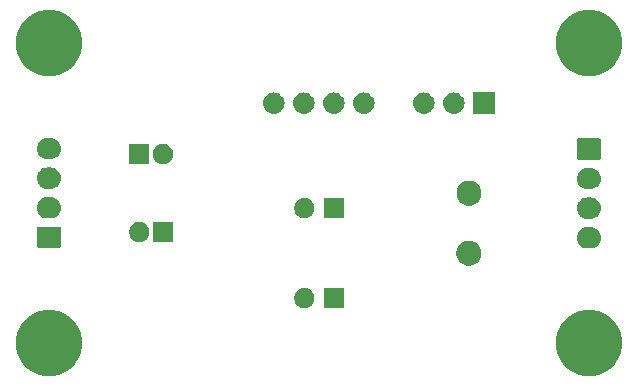
<source format=gbs>
G04 #@! TF.GenerationSoftware,KiCad,Pcbnew,(5.1.2)-1*
G04 #@! TF.CreationDate,2019-05-13T11:07:23-07:00*
G04 #@! TF.ProjectId,triumph_power,74726975-6d70-4685-9f70-6f7765722e6b,A*
G04 #@! TF.SameCoordinates,Original*
G04 #@! TF.FileFunction,Soldermask,Bot*
G04 #@! TF.FilePolarity,Negative*
%FSLAX46Y46*%
G04 Gerber Fmt 4.6, Leading zero omitted, Abs format (unit mm)*
G04 Created by KiCad (PCBNEW (5.1.2)-1) date 2019-05-13 11:07:23*
%MOMM*%
%LPD*%
G04 APERTURE LIST*
%ADD10C,0.100000*%
G04 APERTURE END LIST*
D10*
G36*
X173537021Y-119226640D02*
G01*
X174046769Y-119437785D01*
X174046771Y-119437786D01*
X174505534Y-119744321D01*
X174895679Y-120134466D01*
X175202214Y-120593229D01*
X175202215Y-120593231D01*
X175413360Y-121102979D01*
X175521000Y-121644124D01*
X175521000Y-122195876D01*
X175413360Y-122737021D01*
X175202215Y-123246769D01*
X175202214Y-123246771D01*
X174895679Y-123705534D01*
X174505534Y-124095679D01*
X174046771Y-124402214D01*
X174046770Y-124402215D01*
X174046769Y-124402215D01*
X173537021Y-124613360D01*
X172995876Y-124721000D01*
X172444124Y-124721000D01*
X171902979Y-124613360D01*
X171393231Y-124402215D01*
X171393230Y-124402215D01*
X171393229Y-124402214D01*
X170934466Y-124095679D01*
X170544321Y-123705534D01*
X170237786Y-123246771D01*
X170237785Y-123246769D01*
X170026640Y-122737021D01*
X169919000Y-122195876D01*
X169919000Y-121644124D01*
X170026640Y-121102979D01*
X170237785Y-120593231D01*
X170237786Y-120593229D01*
X170544321Y-120134466D01*
X170934466Y-119744321D01*
X171393229Y-119437786D01*
X171393231Y-119437785D01*
X171902979Y-119226640D01*
X172444124Y-119119000D01*
X172995876Y-119119000D01*
X173537021Y-119226640D01*
X173537021Y-119226640D01*
G37*
G36*
X127817021Y-119226640D02*
G01*
X128326769Y-119437785D01*
X128326771Y-119437786D01*
X128785534Y-119744321D01*
X129175679Y-120134466D01*
X129482214Y-120593229D01*
X129482215Y-120593231D01*
X129693360Y-121102979D01*
X129801000Y-121644124D01*
X129801000Y-122195876D01*
X129693360Y-122737021D01*
X129482215Y-123246769D01*
X129482214Y-123246771D01*
X129175679Y-123705534D01*
X128785534Y-124095679D01*
X128326771Y-124402214D01*
X128326770Y-124402215D01*
X128326769Y-124402215D01*
X127817021Y-124613360D01*
X127275876Y-124721000D01*
X126724124Y-124721000D01*
X126182979Y-124613360D01*
X125673231Y-124402215D01*
X125673230Y-124402215D01*
X125673229Y-124402214D01*
X125214466Y-124095679D01*
X124824321Y-123705534D01*
X124517786Y-123246771D01*
X124517785Y-123246769D01*
X124306640Y-122737021D01*
X124199000Y-122195876D01*
X124199000Y-121644124D01*
X124306640Y-121102979D01*
X124517785Y-120593231D01*
X124517786Y-120593229D01*
X124824321Y-120134466D01*
X125214466Y-119744321D01*
X125673229Y-119437786D01*
X125673231Y-119437785D01*
X126182979Y-119226640D01*
X126724124Y-119119000D01*
X127275876Y-119119000D01*
X127817021Y-119226640D01*
X127817021Y-119226640D01*
G37*
G36*
X151981000Y-118961000D02*
G01*
X150279000Y-118961000D01*
X150279000Y-117259000D01*
X151981000Y-117259000D01*
X151981000Y-118961000D01*
X151981000Y-118961000D01*
G37*
G36*
X148878228Y-117291703D02*
G01*
X149033100Y-117355853D01*
X149172481Y-117448985D01*
X149291015Y-117567519D01*
X149384147Y-117706900D01*
X149448297Y-117861772D01*
X149481000Y-118026184D01*
X149481000Y-118193816D01*
X149448297Y-118358228D01*
X149384147Y-118513100D01*
X149291015Y-118652481D01*
X149172481Y-118771015D01*
X149033100Y-118864147D01*
X148878228Y-118928297D01*
X148713816Y-118961000D01*
X148546184Y-118961000D01*
X148381772Y-118928297D01*
X148226900Y-118864147D01*
X148087519Y-118771015D01*
X147968985Y-118652481D01*
X147875853Y-118513100D01*
X147811703Y-118358228D01*
X147779000Y-118193816D01*
X147779000Y-118026184D01*
X147811703Y-117861772D01*
X147875853Y-117706900D01*
X147968985Y-117567519D01*
X148087519Y-117448985D01*
X148226900Y-117355853D01*
X148381772Y-117291703D01*
X148546184Y-117259000D01*
X148713816Y-117259000D01*
X148878228Y-117291703D01*
X148878228Y-117291703D01*
G37*
G36*
X162866564Y-113289389D02*
G01*
X163057833Y-113368615D01*
X163057835Y-113368616D01*
X163229973Y-113483635D01*
X163376365Y-113630027D01*
X163451704Y-113742779D01*
X163491385Y-113802167D01*
X163570611Y-113993436D01*
X163611000Y-114196484D01*
X163611000Y-114403516D01*
X163570611Y-114606564D01*
X163491385Y-114797833D01*
X163491384Y-114797835D01*
X163376365Y-114969973D01*
X163229973Y-115116365D01*
X163057835Y-115231384D01*
X163057834Y-115231385D01*
X163057833Y-115231385D01*
X162866564Y-115310611D01*
X162663516Y-115351000D01*
X162456484Y-115351000D01*
X162253436Y-115310611D01*
X162062167Y-115231385D01*
X162062166Y-115231385D01*
X162062165Y-115231384D01*
X161890027Y-115116365D01*
X161743635Y-114969973D01*
X161628616Y-114797835D01*
X161628615Y-114797833D01*
X161549389Y-114606564D01*
X161509000Y-114403516D01*
X161509000Y-114196484D01*
X161549389Y-113993436D01*
X161628615Y-113802167D01*
X161668297Y-113742779D01*
X161743635Y-113630027D01*
X161890027Y-113483635D01*
X162062165Y-113368616D01*
X162062167Y-113368615D01*
X162253436Y-113289389D01*
X162456484Y-113249000D01*
X162663516Y-113249000D01*
X162866564Y-113289389D01*
X162866564Y-113289389D01*
G37*
G36*
X172936583Y-112093661D02*
G01*
X173021627Y-112102037D01*
X173191466Y-112153557D01*
X173347991Y-112237222D01*
X173378550Y-112262301D01*
X173485186Y-112349814D01*
X173557708Y-112438184D01*
X173597778Y-112487009D01*
X173681443Y-112643534D01*
X173732963Y-112813373D01*
X173750359Y-112990000D01*
X173732963Y-113166627D01*
X173681443Y-113336466D01*
X173597778Y-113492991D01*
X173568448Y-113528729D01*
X173485186Y-113630186D01*
X173389637Y-113708600D01*
X173347991Y-113742778D01*
X173191466Y-113826443D01*
X173021627Y-113877963D01*
X172955443Y-113884481D01*
X172889260Y-113891000D01*
X172550740Y-113891000D01*
X172484557Y-113884481D01*
X172418373Y-113877963D01*
X172248534Y-113826443D01*
X172092009Y-113742778D01*
X172050363Y-113708600D01*
X171954814Y-113630186D01*
X171871552Y-113528729D01*
X171842222Y-113492991D01*
X171758557Y-113336466D01*
X171707037Y-113166627D01*
X171689641Y-112990000D01*
X171707037Y-112813373D01*
X171758557Y-112643534D01*
X171842222Y-112487009D01*
X171882292Y-112438184D01*
X171954814Y-112349814D01*
X172061450Y-112262301D01*
X172092009Y-112237222D01*
X172248534Y-112153557D01*
X172418373Y-112102037D01*
X172503417Y-112093661D01*
X172550740Y-112089000D01*
X172889260Y-112089000D01*
X172936583Y-112093661D01*
X172936583Y-112093661D01*
G37*
G36*
X127883600Y-112052989D02*
G01*
X127916652Y-112063015D01*
X127947103Y-112079292D01*
X127973799Y-112101201D01*
X127995708Y-112127897D01*
X128011985Y-112158348D01*
X128022011Y-112191400D01*
X128026000Y-112231903D01*
X128026000Y-113668097D01*
X128022011Y-113708600D01*
X128011985Y-113741652D01*
X127995708Y-113772103D01*
X127973799Y-113798799D01*
X127947103Y-113820708D01*
X127916652Y-113836985D01*
X127883600Y-113847011D01*
X127843097Y-113851000D01*
X126156903Y-113851000D01*
X126116400Y-113847011D01*
X126083348Y-113836985D01*
X126052897Y-113820708D01*
X126026201Y-113798799D01*
X126004292Y-113772103D01*
X125988015Y-113741652D01*
X125977989Y-113708600D01*
X125974000Y-113668097D01*
X125974000Y-112231903D01*
X125977989Y-112191400D01*
X125988015Y-112158348D01*
X126004292Y-112127897D01*
X126026201Y-112101201D01*
X126052897Y-112079292D01*
X126083348Y-112063015D01*
X126116400Y-112052989D01*
X126156903Y-112049000D01*
X127843097Y-112049000D01*
X127883600Y-112052989D01*
X127883600Y-112052989D01*
G37*
G36*
X137503000Y-113373000D02*
G01*
X135801000Y-113373000D01*
X135801000Y-111671000D01*
X137503000Y-111671000D01*
X137503000Y-113373000D01*
X137503000Y-113373000D01*
G37*
G36*
X134900228Y-111703703D02*
G01*
X135055100Y-111767853D01*
X135194481Y-111860985D01*
X135313015Y-111979519D01*
X135406147Y-112118900D01*
X135470297Y-112273772D01*
X135503000Y-112438184D01*
X135503000Y-112605816D01*
X135470297Y-112770228D01*
X135406147Y-112925100D01*
X135313015Y-113064481D01*
X135194481Y-113183015D01*
X135055100Y-113276147D01*
X134900228Y-113340297D01*
X134735816Y-113373000D01*
X134568184Y-113373000D01*
X134403772Y-113340297D01*
X134248900Y-113276147D01*
X134109519Y-113183015D01*
X133990985Y-113064481D01*
X133897853Y-112925100D01*
X133833703Y-112770228D01*
X133801000Y-112605816D01*
X133801000Y-112438184D01*
X133833703Y-112273772D01*
X133897853Y-112118900D01*
X133990985Y-111979519D01*
X134109519Y-111860985D01*
X134248900Y-111767853D01*
X134403772Y-111703703D01*
X134568184Y-111671000D01*
X134735816Y-111671000D01*
X134900228Y-111703703D01*
X134900228Y-111703703D01*
G37*
G36*
X172955442Y-109595518D02*
G01*
X173021627Y-109602037D01*
X173191466Y-109653557D01*
X173347991Y-109737222D01*
X173383729Y-109766552D01*
X173485186Y-109849814D01*
X173564951Y-109947009D01*
X173597778Y-109987009D01*
X173681443Y-110143534D01*
X173732963Y-110313373D01*
X173750359Y-110490000D01*
X173732963Y-110666627D01*
X173681443Y-110836466D01*
X173597778Y-110992991D01*
X173568448Y-111028729D01*
X173485186Y-111130186D01*
X173396731Y-111202778D01*
X173347991Y-111242778D01*
X173191466Y-111326443D01*
X173021627Y-111377963D01*
X172955443Y-111384481D01*
X172889260Y-111391000D01*
X172550740Y-111391000D01*
X172484557Y-111384481D01*
X172418373Y-111377963D01*
X172248534Y-111326443D01*
X172092009Y-111242778D01*
X172043269Y-111202778D01*
X171954814Y-111130186D01*
X171871552Y-111028729D01*
X171842222Y-110992991D01*
X171758557Y-110836466D01*
X171707037Y-110666627D01*
X171689641Y-110490000D01*
X171707037Y-110313373D01*
X171758557Y-110143534D01*
X171842222Y-109987009D01*
X171875049Y-109947009D01*
X171954814Y-109849814D01*
X172056271Y-109766552D01*
X172092009Y-109737222D01*
X172248534Y-109653557D01*
X172418373Y-109602037D01*
X172484558Y-109595518D01*
X172550740Y-109589000D01*
X172889260Y-109589000D01*
X172955442Y-109595518D01*
X172955442Y-109595518D01*
G37*
G36*
X127235442Y-109555518D02*
G01*
X127301627Y-109562037D01*
X127471466Y-109613557D01*
X127627991Y-109697222D01*
X127653105Y-109717833D01*
X127765186Y-109809814D01*
X127848448Y-109911271D01*
X127877778Y-109947009D01*
X127877779Y-109947011D01*
X127952554Y-110086903D01*
X127961443Y-110103534D01*
X128012963Y-110273373D01*
X128030359Y-110450000D01*
X128012963Y-110626627D01*
X127961443Y-110796466D01*
X127877778Y-110952991D01*
X127848448Y-110988729D01*
X127765186Y-111090186D01*
X127663729Y-111173448D01*
X127627991Y-111202778D01*
X127471466Y-111286443D01*
X127301627Y-111337963D01*
X127235442Y-111344482D01*
X127169260Y-111351000D01*
X126830740Y-111351000D01*
X126764558Y-111344482D01*
X126698373Y-111337963D01*
X126528534Y-111286443D01*
X126372009Y-111202778D01*
X126336271Y-111173448D01*
X126234814Y-111090186D01*
X126151552Y-110988729D01*
X126122222Y-110952991D01*
X126038557Y-110796466D01*
X125987037Y-110626627D01*
X125969641Y-110450000D01*
X125987037Y-110273373D01*
X126038557Y-110103534D01*
X126047447Y-110086903D01*
X126122221Y-109947011D01*
X126122222Y-109947009D01*
X126151552Y-109911271D01*
X126234814Y-109809814D01*
X126346895Y-109717833D01*
X126372009Y-109697222D01*
X126528534Y-109613557D01*
X126698373Y-109562037D01*
X126764558Y-109555518D01*
X126830740Y-109549000D01*
X127169260Y-109549000D01*
X127235442Y-109555518D01*
X127235442Y-109555518D01*
G37*
G36*
X148878228Y-109671703D02*
G01*
X149033100Y-109735853D01*
X149172481Y-109828985D01*
X149291015Y-109947519D01*
X149384147Y-110086900D01*
X149448297Y-110241772D01*
X149481000Y-110406184D01*
X149481000Y-110573816D01*
X149448297Y-110738228D01*
X149384147Y-110893100D01*
X149291015Y-111032481D01*
X149172481Y-111151015D01*
X149033100Y-111244147D01*
X148878228Y-111308297D01*
X148713816Y-111341000D01*
X148546184Y-111341000D01*
X148381772Y-111308297D01*
X148226900Y-111244147D01*
X148087519Y-111151015D01*
X147968985Y-111032481D01*
X147875853Y-110893100D01*
X147811703Y-110738228D01*
X147779000Y-110573816D01*
X147779000Y-110406184D01*
X147811703Y-110241772D01*
X147875853Y-110086900D01*
X147968985Y-109947519D01*
X148087519Y-109828985D01*
X148226900Y-109735853D01*
X148381772Y-109671703D01*
X148546184Y-109639000D01*
X148713816Y-109639000D01*
X148878228Y-109671703D01*
X148878228Y-109671703D01*
G37*
G36*
X151981000Y-111341000D02*
G01*
X150279000Y-111341000D01*
X150279000Y-109639000D01*
X151981000Y-109639000D01*
X151981000Y-111341000D01*
X151981000Y-111341000D01*
G37*
G36*
X162876564Y-108209389D02*
G01*
X163067833Y-108288615D01*
X163067835Y-108288616D01*
X163239973Y-108403635D01*
X163386365Y-108550027D01*
X163488431Y-108702779D01*
X163501385Y-108722167D01*
X163580611Y-108913436D01*
X163621000Y-109116484D01*
X163621000Y-109323516D01*
X163580611Y-109526564D01*
X163520492Y-109671705D01*
X163501384Y-109717835D01*
X163386365Y-109889973D01*
X163239973Y-110036365D01*
X163067835Y-110151384D01*
X163067834Y-110151385D01*
X163067833Y-110151385D01*
X162876564Y-110230611D01*
X162673516Y-110271000D01*
X162466484Y-110271000D01*
X162263436Y-110230611D01*
X162072167Y-110151385D01*
X162072166Y-110151385D01*
X162072165Y-110151384D01*
X161900027Y-110036365D01*
X161753635Y-109889973D01*
X161638616Y-109717835D01*
X161619508Y-109671705D01*
X161559389Y-109526564D01*
X161519000Y-109323516D01*
X161519000Y-109116484D01*
X161559389Y-108913436D01*
X161638615Y-108722167D01*
X161651570Y-108702779D01*
X161753635Y-108550027D01*
X161900027Y-108403635D01*
X162072165Y-108288616D01*
X162072167Y-108288615D01*
X162263436Y-108209389D01*
X162466484Y-108169000D01*
X162673516Y-108169000D01*
X162876564Y-108209389D01*
X162876564Y-108209389D01*
G37*
G36*
X172955443Y-107095519D02*
G01*
X173021627Y-107102037D01*
X173191466Y-107153557D01*
X173347991Y-107237222D01*
X173383729Y-107266552D01*
X173485186Y-107349814D01*
X173564951Y-107447009D01*
X173597778Y-107487009D01*
X173681443Y-107643534D01*
X173732963Y-107813373D01*
X173750359Y-107990000D01*
X173732963Y-108166627D01*
X173681443Y-108336466D01*
X173597778Y-108492991D01*
X173568448Y-108528729D01*
X173485186Y-108630186D01*
X173396731Y-108702778D01*
X173347991Y-108742778D01*
X173191466Y-108826443D01*
X173021627Y-108877963D01*
X172955443Y-108884481D01*
X172889260Y-108891000D01*
X172550740Y-108891000D01*
X172484557Y-108884481D01*
X172418373Y-108877963D01*
X172248534Y-108826443D01*
X172092009Y-108742778D01*
X172043269Y-108702778D01*
X171954814Y-108630186D01*
X171871552Y-108528729D01*
X171842222Y-108492991D01*
X171758557Y-108336466D01*
X171707037Y-108166627D01*
X171689641Y-107990000D01*
X171707037Y-107813373D01*
X171758557Y-107643534D01*
X171842222Y-107487009D01*
X171875049Y-107447009D01*
X171954814Y-107349814D01*
X172056271Y-107266552D01*
X172092009Y-107237222D01*
X172248534Y-107153557D01*
X172418373Y-107102037D01*
X172484557Y-107095519D01*
X172550740Y-107089000D01*
X172889260Y-107089000D01*
X172955443Y-107095519D01*
X172955443Y-107095519D01*
G37*
G36*
X127235442Y-107055518D02*
G01*
X127301627Y-107062037D01*
X127471466Y-107113557D01*
X127627991Y-107197222D01*
X127663729Y-107226552D01*
X127765186Y-107309814D01*
X127848448Y-107411271D01*
X127877778Y-107447009D01*
X127961443Y-107603534D01*
X128012963Y-107773373D01*
X128030359Y-107950000D01*
X128012963Y-108126627D01*
X127961443Y-108296466D01*
X127877778Y-108452991D01*
X127848448Y-108488729D01*
X127765186Y-108590186D01*
X127663729Y-108673448D01*
X127627991Y-108702778D01*
X127471466Y-108786443D01*
X127301627Y-108837963D01*
X127235442Y-108844482D01*
X127169260Y-108851000D01*
X126830740Y-108851000D01*
X126764558Y-108844482D01*
X126698373Y-108837963D01*
X126528534Y-108786443D01*
X126372009Y-108702778D01*
X126336271Y-108673448D01*
X126234814Y-108590186D01*
X126151552Y-108488729D01*
X126122222Y-108452991D01*
X126038557Y-108296466D01*
X125987037Y-108126627D01*
X125969641Y-107950000D01*
X125987037Y-107773373D01*
X126038557Y-107603534D01*
X126122222Y-107447009D01*
X126151552Y-107411271D01*
X126234814Y-107309814D01*
X126336271Y-107226552D01*
X126372009Y-107197222D01*
X126528534Y-107113557D01*
X126698373Y-107062037D01*
X126764558Y-107055518D01*
X126830740Y-107049000D01*
X127169260Y-107049000D01*
X127235442Y-107055518D01*
X127235442Y-107055518D01*
G37*
G36*
X136900228Y-105099703D02*
G01*
X137055100Y-105163853D01*
X137194481Y-105256985D01*
X137313015Y-105375519D01*
X137406147Y-105514900D01*
X137470297Y-105669772D01*
X137503000Y-105834184D01*
X137503000Y-106001816D01*
X137470297Y-106166228D01*
X137406147Y-106321100D01*
X137313015Y-106460481D01*
X137194481Y-106579015D01*
X137055100Y-106672147D01*
X136900228Y-106736297D01*
X136735816Y-106769000D01*
X136568184Y-106769000D01*
X136403772Y-106736297D01*
X136248900Y-106672147D01*
X136109519Y-106579015D01*
X135990985Y-106460481D01*
X135897853Y-106321100D01*
X135833703Y-106166228D01*
X135801000Y-106001816D01*
X135801000Y-105834184D01*
X135833703Y-105669772D01*
X135897853Y-105514900D01*
X135990985Y-105375519D01*
X136109519Y-105256985D01*
X136248900Y-105163853D01*
X136403772Y-105099703D01*
X136568184Y-105067000D01*
X136735816Y-105067000D01*
X136900228Y-105099703D01*
X136900228Y-105099703D01*
G37*
G36*
X135503000Y-106769000D02*
G01*
X133801000Y-106769000D01*
X133801000Y-105067000D01*
X135503000Y-105067000D01*
X135503000Y-106769000D01*
X135503000Y-106769000D01*
G37*
G36*
X173603600Y-104592989D02*
G01*
X173636652Y-104603015D01*
X173667103Y-104619292D01*
X173693799Y-104641201D01*
X173715708Y-104667897D01*
X173731985Y-104698348D01*
X173742011Y-104731400D01*
X173746000Y-104771903D01*
X173746000Y-106208097D01*
X173742011Y-106248600D01*
X173731985Y-106281652D01*
X173715708Y-106312103D01*
X173693799Y-106338799D01*
X173667103Y-106360708D01*
X173636652Y-106376985D01*
X173603600Y-106387011D01*
X173563097Y-106391000D01*
X171876903Y-106391000D01*
X171836400Y-106387011D01*
X171803348Y-106376985D01*
X171772897Y-106360708D01*
X171746201Y-106338799D01*
X171724292Y-106312103D01*
X171708015Y-106281652D01*
X171697989Y-106248600D01*
X171694000Y-106208097D01*
X171694000Y-104771903D01*
X171697989Y-104731400D01*
X171708015Y-104698348D01*
X171724292Y-104667897D01*
X171746201Y-104641201D01*
X171772897Y-104619292D01*
X171803348Y-104603015D01*
X171836400Y-104592989D01*
X171876903Y-104589000D01*
X173563097Y-104589000D01*
X173603600Y-104592989D01*
X173603600Y-104592989D01*
G37*
G36*
X127235443Y-104555519D02*
G01*
X127301627Y-104562037D01*
X127471466Y-104613557D01*
X127627991Y-104697222D01*
X127639630Y-104706774D01*
X127765186Y-104809814D01*
X127848448Y-104911271D01*
X127877778Y-104947009D01*
X127961443Y-105103534D01*
X128012963Y-105273373D01*
X128030359Y-105450000D01*
X128012963Y-105626627D01*
X127961443Y-105796466D01*
X127877778Y-105952991D01*
X127848448Y-105988729D01*
X127765186Y-106090186D01*
X127672527Y-106166228D01*
X127627991Y-106202778D01*
X127471466Y-106286443D01*
X127301627Y-106337963D01*
X127235442Y-106344482D01*
X127169260Y-106351000D01*
X126830740Y-106351000D01*
X126764558Y-106344482D01*
X126698373Y-106337963D01*
X126528534Y-106286443D01*
X126372009Y-106202778D01*
X126327473Y-106166228D01*
X126234814Y-106090186D01*
X126151552Y-105988729D01*
X126122222Y-105952991D01*
X126038557Y-105796466D01*
X125987037Y-105626627D01*
X125969641Y-105450000D01*
X125987037Y-105273373D01*
X126038557Y-105103534D01*
X126122222Y-104947009D01*
X126151552Y-104911271D01*
X126234814Y-104809814D01*
X126360370Y-104706774D01*
X126372009Y-104697222D01*
X126528534Y-104613557D01*
X126698373Y-104562037D01*
X126764557Y-104555519D01*
X126830740Y-104549000D01*
X127169260Y-104549000D01*
X127235443Y-104555519D01*
X127235443Y-104555519D01*
G37*
G36*
X164731000Y-102501000D02*
G01*
X162929000Y-102501000D01*
X162929000Y-100699000D01*
X164731000Y-100699000D01*
X164731000Y-102501000D01*
X164731000Y-102501000D01*
G37*
G36*
X161400443Y-100705519D02*
G01*
X161466627Y-100712037D01*
X161636466Y-100763557D01*
X161792991Y-100847222D01*
X161828729Y-100876552D01*
X161930186Y-100959814D01*
X162013448Y-101061271D01*
X162042778Y-101097009D01*
X162126443Y-101253534D01*
X162177963Y-101423373D01*
X162195359Y-101600000D01*
X162177963Y-101776627D01*
X162126443Y-101946466D01*
X162042778Y-102102991D01*
X162013448Y-102138729D01*
X161930186Y-102240186D01*
X161828729Y-102323448D01*
X161792991Y-102352778D01*
X161636466Y-102436443D01*
X161466627Y-102487963D01*
X161400442Y-102494482D01*
X161334260Y-102501000D01*
X161245740Y-102501000D01*
X161179558Y-102494482D01*
X161113373Y-102487963D01*
X160943534Y-102436443D01*
X160787009Y-102352778D01*
X160751271Y-102323448D01*
X160649814Y-102240186D01*
X160566552Y-102138729D01*
X160537222Y-102102991D01*
X160453557Y-101946466D01*
X160402037Y-101776627D01*
X160384641Y-101600000D01*
X160402037Y-101423373D01*
X160453557Y-101253534D01*
X160537222Y-101097009D01*
X160566552Y-101061271D01*
X160649814Y-100959814D01*
X160751271Y-100876552D01*
X160787009Y-100847222D01*
X160943534Y-100763557D01*
X161113373Y-100712037D01*
X161179557Y-100705519D01*
X161245740Y-100699000D01*
X161334260Y-100699000D01*
X161400443Y-100705519D01*
X161400443Y-100705519D01*
G37*
G36*
X158860443Y-100705519D02*
G01*
X158926627Y-100712037D01*
X159096466Y-100763557D01*
X159252991Y-100847222D01*
X159288729Y-100876552D01*
X159390186Y-100959814D01*
X159473448Y-101061271D01*
X159502778Y-101097009D01*
X159586443Y-101253534D01*
X159637963Y-101423373D01*
X159655359Y-101600000D01*
X159637963Y-101776627D01*
X159586443Y-101946466D01*
X159502778Y-102102991D01*
X159473448Y-102138729D01*
X159390186Y-102240186D01*
X159288729Y-102323448D01*
X159252991Y-102352778D01*
X159096466Y-102436443D01*
X158926627Y-102487963D01*
X158860442Y-102494482D01*
X158794260Y-102501000D01*
X158705740Y-102501000D01*
X158639558Y-102494482D01*
X158573373Y-102487963D01*
X158403534Y-102436443D01*
X158247009Y-102352778D01*
X158211271Y-102323448D01*
X158109814Y-102240186D01*
X158026552Y-102138729D01*
X157997222Y-102102991D01*
X157913557Y-101946466D01*
X157862037Y-101776627D01*
X157844641Y-101600000D01*
X157862037Y-101423373D01*
X157913557Y-101253534D01*
X157997222Y-101097009D01*
X158026552Y-101061271D01*
X158109814Y-100959814D01*
X158211271Y-100876552D01*
X158247009Y-100847222D01*
X158403534Y-100763557D01*
X158573373Y-100712037D01*
X158639557Y-100705519D01*
X158705740Y-100699000D01*
X158794260Y-100699000D01*
X158860443Y-100705519D01*
X158860443Y-100705519D01*
G37*
G36*
X153780443Y-100705519D02*
G01*
X153846627Y-100712037D01*
X154016466Y-100763557D01*
X154172991Y-100847222D01*
X154208729Y-100876552D01*
X154310186Y-100959814D01*
X154393448Y-101061271D01*
X154422778Y-101097009D01*
X154506443Y-101253534D01*
X154557963Y-101423373D01*
X154575359Y-101600000D01*
X154557963Y-101776627D01*
X154506443Y-101946466D01*
X154422778Y-102102991D01*
X154393448Y-102138729D01*
X154310186Y-102240186D01*
X154208729Y-102323448D01*
X154172991Y-102352778D01*
X154016466Y-102436443D01*
X153846627Y-102487963D01*
X153780442Y-102494482D01*
X153714260Y-102501000D01*
X153625740Y-102501000D01*
X153559558Y-102494482D01*
X153493373Y-102487963D01*
X153323534Y-102436443D01*
X153167009Y-102352778D01*
X153131271Y-102323448D01*
X153029814Y-102240186D01*
X152946552Y-102138729D01*
X152917222Y-102102991D01*
X152833557Y-101946466D01*
X152782037Y-101776627D01*
X152764641Y-101600000D01*
X152782037Y-101423373D01*
X152833557Y-101253534D01*
X152917222Y-101097009D01*
X152946552Y-101061271D01*
X153029814Y-100959814D01*
X153131271Y-100876552D01*
X153167009Y-100847222D01*
X153323534Y-100763557D01*
X153493373Y-100712037D01*
X153559557Y-100705519D01*
X153625740Y-100699000D01*
X153714260Y-100699000D01*
X153780443Y-100705519D01*
X153780443Y-100705519D01*
G37*
G36*
X151240443Y-100705519D02*
G01*
X151306627Y-100712037D01*
X151476466Y-100763557D01*
X151632991Y-100847222D01*
X151668729Y-100876552D01*
X151770186Y-100959814D01*
X151853448Y-101061271D01*
X151882778Y-101097009D01*
X151966443Y-101253534D01*
X152017963Y-101423373D01*
X152035359Y-101600000D01*
X152017963Y-101776627D01*
X151966443Y-101946466D01*
X151882778Y-102102991D01*
X151853448Y-102138729D01*
X151770186Y-102240186D01*
X151668729Y-102323448D01*
X151632991Y-102352778D01*
X151476466Y-102436443D01*
X151306627Y-102487963D01*
X151240442Y-102494482D01*
X151174260Y-102501000D01*
X151085740Y-102501000D01*
X151019558Y-102494482D01*
X150953373Y-102487963D01*
X150783534Y-102436443D01*
X150627009Y-102352778D01*
X150591271Y-102323448D01*
X150489814Y-102240186D01*
X150406552Y-102138729D01*
X150377222Y-102102991D01*
X150293557Y-101946466D01*
X150242037Y-101776627D01*
X150224641Y-101600000D01*
X150242037Y-101423373D01*
X150293557Y-101253534D01*
X150377222Y-101097009D01*
X150406552Y-101061271D01*
X150489814Y-100959814D01*
X150591271Y-100876552D01*
X150627009Y-100847222D01*
X150783534Y-100763557D01*
X150953373Y-100712037D01*
X151019557Y-100705519D01*
X151085740Y-100699000D01*
X151174260Y-100699000D01*
X151240443Y-100705519D01*
X151240443Y-100705519D01*
G37*
G36*
X148700443Y-100705519D02*
G01*
X148766627Y-100712037D01*
X148936466Y-100763557D01*
X149092991Y-100847222D01*
X149128729Y-100876552D01*
X149230186Y-100959814D01*
X149313448Y-101061271D01*
X149342778Y-101097009D01*
X149426443Y-101253534D01*
X149477963Y-101423373D01*
X149495359Y-101600000D01*
X149477963Y-101776627D01*
X149426443Y-101946466D01*
X149342778Y-102102991D01*
X149313448Y-102138729D01*
X149230186Y-102240186D01*
X149128729Y-102323448D01*
X149092991Y-102352778D01*
X148936466Y-102436443D01*
X148766627Y-102487963D01*
X148700442Y-102494482D01*
X148634260Y-102501000D01*
X148545740Y-102501000D01*
X148479558Y-102494482D01*
X148413373Y-102487963D01*
X148243534Y-102436443D01*
X148087009Y-102352778D01*
X148051271Y-102323448D01*
X147949814Y-102240186D01*
X147866552Y-102138729D01*
X147837222Y-102102991D01*
X147753557Y-101946466D01*
X147702037Y-101776627D01*
X147684641Y-101600000D01*
X147702037Y-101423373D01*
X147753557Y-101253534D01*
X147837222Y-101097009D01*
X147866552Y-101061271D01*
X147949814Y-100959814D01*
X148051271Y-100876552D01*
X148087009Y-100847222D01*
X148243534Y-100763557D01*
X148413373Y-100712037D01*
X148479557Y-100705519D01*
X148545740Y-100699000D01*
X148634260Y-100699000D01*
X148700443Y-100705519D01*
X148700443Y-100705519D01*
G37*
G36*
X146160443Y-100705519D02*
G01*
X146226627Y-100712037D01*
X146396466Y-100763557D01*
X146552991Y-100847222D01*
X146588729Y-100876552D01*
X146690186Y-100959814D01*
X146773448Y-101061271D01*
X146802778Y-101097009D01*
X146886443Y-101253534D01*
X146937963Y-101423373D01*
X146955359Y-101600000D01*
X146937963Y-101776627D01*
X146886443Y-101946466D01*
X146802778Y-102102991D01*
X146773448Y-102138729D01*
X146690186Y-102240186D01*
X146588729Y-102323448D01*
X146552991Y-102352778D01*
X146396466Y-102436443D01*
X146226627Y-102487963D01*
X146160442Y-102494482D01*
X146094260Y-102501000D01*
X146005740Y-102501000D01*
X145939558Y-102494482D01*
X145873373Y-102487963D01*
X145703534Y-102436443D01*
X145547009Y-102352778D01*
X145511271Y-102323448D01*
X145409814Y-102240186D01*
X145326552Y-102138729D01*
X145297222Y-102102991D01*
X145213557Y-101946466D01*
X145162037Y-101776627D01*
X145144641Y-101600000D01*
X145162037Y-101423373D01*
X145213557Y-101253534D01*
X145297222Y-101097009D01*
X145326552Y-101061271D01*
X145409814Y-100959814D01*
X145511271Y-100876552D01*
X145547009Y-100847222D01*
X145703534Y-100763557D01*
X145873373Y-100712037D01*
X145939557Y-100705519D01*
X146005740Y-100699000D01*
X146094260Y-100699000D01*
X146160443Y-100705519D01*
X146160443Y-100705519D01*
G37*
G36*
X173537021Y-93826640D02*
G01*
X174046769Y-94037785D01*
X174046771Y-94037786D01*
X174505534Y-94344321D01*
X174895679Y-94734466D01*
X175202214Y-95193229D01*
X175202215Y-95193231D01*
X175413360Y-95702979D01*
X175521000Y-96244124D01*
X175521000Y-96795876D01*
X175413360Y-97337021D01*
X175202215Y-97846769D01*
X175202214Y-97846771D01*
X174895679Y-98305534D01*
X174505534Y-98695679D01*
X174046771Y-99002214D01*
X174046770Y-99002215D01*
X174046769Y-99002215D01*
X173537021Y-99213360D01*
X172995876Y-99321000D01*
X172444124Y-99321000D01*
X171902979Y-99213360D01*
X171393231Y-99002215D01*
X171393230Y-99002215D01*
X171393229Y-99002214D01*
X170934466Y-98695679D01*
X170544321Y-98305534D01*
X170237786Y-97846771D01*
X170237785Y-97846769D01*
X170026640Y-97337021D01*
X169919000Y-96795876D01*
X169919000Y-96244124D01*
X170026640Y-95702979D01*
X170237785Y-95193231D01*
X170237786Y-95193229D01*
X170544321Y-94734466D01*
X170934466Y-94344321D01*
X171393229Y-94037786D01*
X171393231Y-94037785D01*
X171902979Y-93826640D01*
X172444124Y-93719000D01*
X172995876Y-93719000D01*
X173537021Y-93826640D01*
X173537021Y-93826640D01*
G37*
G36*
X127817021Y-93826640D02*
G01*
X128326769Y-94037785D01*
X128326771Y-94037786D01*
X128785534Y-94344321D01*
X129175679Y-94734466D01*
X129482214Y-95193229D01*
X129482215Y-95193231D01*
X129693360Y-95702979D01*
X129801000Y-96244124D01*
X129801000Y-96795876D01*
X129693360Y-97337021D01*
X129482215Y-97846769D01*
X129482214Y-97846771D01*
X129175679Y-98305534D01*
X128785534Y-98695679D01*
X128326771Y-99002214D01*
X128326770Y-99002215D01*
X128326769Y-99002215D01*
X127817021Y-99213360D01*
X127275876Y-99321000D01*
X126724124Y-99321000D01*
X126182979Y-99213360D01*
X125673231Y-99002215D01*
X125673230Y-99002215D01*
X125673229Y-99002214D01*
X125214466Y-98695679D01*
X124824321Y-98305534D01*
X124517786Y-97846771D01*
X124517785Y-97846769D01*
X124306640Y-97337021D01*
X124199000Y-96795876D01*
X124199000Y-96244124D01*
X124306640Y-95702979D01*
X124517785Y-95193231D01*
X124517786Y-95193229D01*
X124824321Y-94734466D01*
X125214466Y-94344321D01*
X125673229Y-94037786D01*
X125673231Y-94037785D01*
X126182979Y-93826640D01*
X126724124Y-93719000D01*
X127275876Y-93719000D01*
X127817021Y-93826640D01*
X127817021Y-93826640D01*
G37*
M02*

</source>
